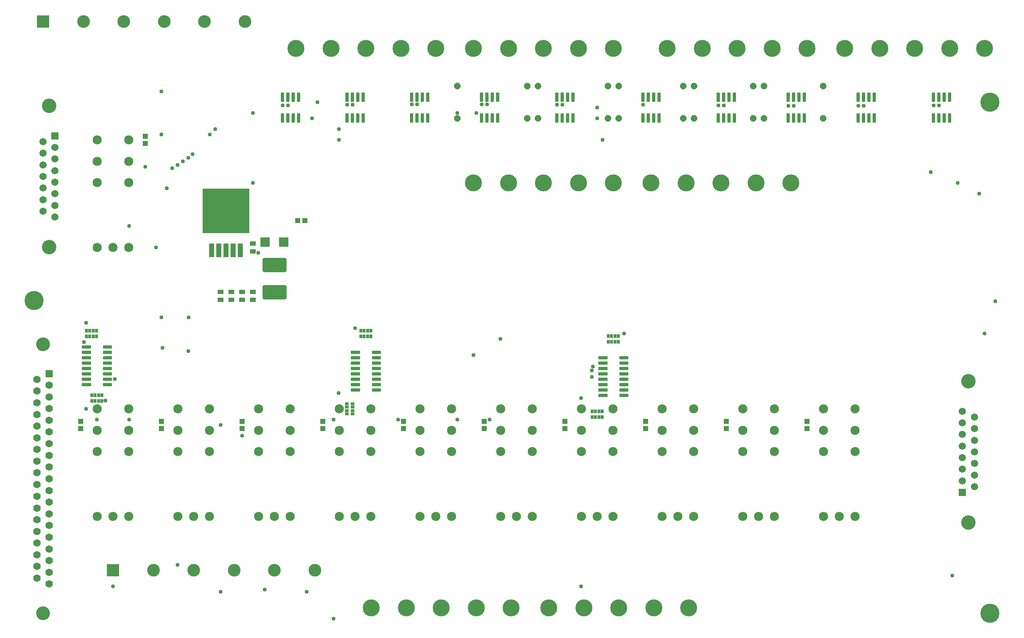
<source format=gbr>
G04 EAGLE Gerber RS-274X export*
G75*
%MOMM*%
%FSLAX34Y34*%
%LPD*%
%INSoldermask Bottom*%
%IPPOS*%
%AMOC8*
5,1,8,0,0,1.08239X$1,22.5*%
G01*
G04 Define Apertures*
%ADD10C,4.521200*%
%ADD11R,1.403200X1.003200*%
%ADD12R,1.203200X1.303200*%
%ADD13R,2.203200X2.203200*%
%ADD14C,0.850800*%
%ADD15R,2.984200X2.984200*%
%ADD16C,2.984200*%
%ADD17R,1.711200X1.711200*%
%ADD18C,1.711200*%
%ADD19C,3.403200*%
%ADD20C,3.253200*%
%ADD21R,1.763200X1.763200*%
%ADD22C,1.763200*%
%ADD23C,2.153200*%
%ADD24R,1.303200X1.203200*%
%ADD25C,0.353406*%
%ADD26R,11.003200X10.613200*%
%ADD27R,1.270000X3.203200*%
%ADD28C,4.013200*%
%ADD29R,0.703200X0.853200*%
%ADD30P,1.64956X8X112.5*%
%ADD31R,0.853200X0.703200*%
%ADD32C,0.959600*%
D10*
X2311400Y38100D03*
X2311400Y1244600D03*
X54610Y775970D03*
D11*
X571500Y892700D03*
X571500Y910700D03*
D12*
X165100Y474100D03*
X165100Y491100D03*
X1117600Y474100D03*
X1117600Y491100D03*
X1308100Y474100D03*
X1308100Y491100D03*
X1498600Y474100D03*
X1498600Y491100D03*
X1689100Y474100D03*
X1689100Y491100D03*
X1879600Y474100D03*
X1879600Y491100D03*
X317500Y1147200D03*
X317500Y1164200D03*
D11*
X495300Y796400D03*
X495300Y778400D03*
X520700Y796400D03*
X520700Y778400D03*
X546100Y796400D03*
X546100Y778400D03*
X571500Y796400D03*
X571500Y778400D03*
D12*
X355600Y474100D03*
X355600Y491100D03*
X546100Y474100D03*
X546100Y491100D03*
X736600Y474100D03*
X736600Y491100D03*
X927100Y474100D03*
X927100Y491100D03*
D13*
X644300Y914400D03*
X600300Y914400D03*
D14*
X598038Y873262D02*
X646562Y873262D01*
X646562Y847738D01*
X598038Y847738D01*
X598038Y873262D01*
X598038Y855821D02*
X646562Y855821D01*
X646562Y863904D02*
X598038Y863904D01*
X598038Y871987D02*
X646562Y871987D01*
X646562Y808262D02*
X598038Y808262D01*
X646562Y808262D02*
X646562Y782738D01*
X598038Y782738D01*
X598038Y808262D01*
X598038Y790821D02*
X646562Y790821D01*
X646562Y798904D02*
X598038Y798904D01*
X598038Y806987D02*
X646562Y806987D01*
D15*
X241300Y139700D03*
D16*
X336600Y139700D03*
X431900Y139700D03*
X527200Y139700D03*
X622500Y139700D03*
X717800Y139700D03*
D17*
X2246400Y323200D03*
D18*
X2246400Y460200D03*
X2246400Y350600D03*
X2246400Y487600D03*
X2246400Y378000D03*
X2246400Y515000D03*
X2246400Y405400D03*
X2274800Y336900D03*
X2246400Y432800D03*
X2274800Y364300D03*
X2274800Y391700D03*
X2274800Y419100D03*
X2274800Y446500D03*
X2274800Y473900D03*
X2274800Y501300D03*
D19*
X2260600Y252500D03*
X2260600Y585700D03*
D20*
X76200Y673100D03*
X76200Y38100D03*
D21*
X90400Y604000D03*
D22*
X90400Y576600D03*
X90400Y548900D03*
X90400Y521200D03*
X90400Y493800D03*
X90400Y466100D03*
X90400Y438400D03*
X90400Y411000D03*
X90400Y383300D03*
X90400Y355600D03*
X90400Y327900D03*
X90400Y300200D03*
X90400Y272800D03*
X90400Y245100D03*
X90400Y217400D03*
X90400Y190000D03*
X90400Y162300D03*
X90400Y134600D03*
X90400Y107200D03*
X62000Y590300D03*
X62000Y120900D03*
X62000Y562600D03*
X62000Y148600D03*
X62000Y535200D03*
X62000Y176000D03*
X62000Y507500D03*
X62000Y203700D03*
X62000Y479800D03*
X62000Y231400D03*
X62000Y452400D03*
X62000Y258800D03*
X62000Y424700D03*
X62000Y286500D03*
X62000Y397000D03*
X62000Y314200D03*
X62000Y369600D03*
X62000Y341600D03*
D15*
X76200Y1435100D03*
D16*
X171500Y1435100D03*
X266800Y1435100D03*
X362100Y1435100D03*
X457400Y1435100D03*
X552700Y1435100D03*
D17*
X104370Y1165240D03*
D18*
X104370Y1028240D03*
X104370Y1137840D03*
X104370Y1000840D03*
X104370Y1110440D03*
X104370Y973440D03*
X104370Y1083040D03*
X75970Y1151540D03*
X104370Y1055640D03*
X75970Y1124140D03*
X75970Y1096740D03*
X75970Y1069340D03*
X75970Y1041940D03*
X75970Y1014540D03*
X75970Y987140D03*
D19*
X90170Y1235940D03*
X90170Y902740D03*
D23*
X394300Y419500D03*
X394300Y469900D03*
X394300Y520300D03*
X469300Y419500D03*
X469300Y469900D03*
X469300Y520300D03*
X469300Y266900D03*
X394300Y266900D03*
X431800Y266900D03*
X1918300Y419500D03*
X1918300Y469900D03*
X1918300Y520300D03*
X1993300Y419500D03*
X1993300Y469900D03*
X1993300Y520300D03*
X1993300Y266900D03*
X1918300Y266900D03*
X1955800Y266900D03*
X203800Y1054500D03*
X203800Y1104900D03*
X203800Y1155300D03*
X278800Y1054500D03*
X278800Y1104900D03*
X278800Y1155300D03*
X278800Y901900D03*
X203800Y901900D03*
X241300Y901900D03*
X203800Y419500D03*
X203800Y469900D03*
X203800Y520300D03*
X278800Y419500D03*
X278800Y469900D03*
X278800Y520300D03*
X278800Y266900D03*
X203800Y266900D03*
X241300Y266900D03*
X584800Y419500D03*
X584800Y469900D03*
X584800Y520300D03*
X659800Y419500D03*
X659800Y469900D03*
X659800Y520300D03*
X659800Y266900D03*
X584800Y266900D03*
X622300Y266900D03*
X775300Y419500D03*
X775300Y469900D03*
X775300Y520300D03*
X850300Y419500D03*
X850300Y469900D03*
X850300Y520300D03*
X850300Y266900D03*
X775300Y266900D03*
X812800Y266900D03*
X965800Y419500D03*
X965800Y469900D03*
X965800Y520300D03*
X1040800Y419500D03*
X1040800Y469900D03*
X1040800Y520300D03*
X1040800Y266900D03*
X965800Y266900D03*
X1003300Y266900D03*
X1156300Y419500D03*
X1156300Y469900D03*
X1156300Y520300D03*
X1231300Y419500D03*
X1231300Y469900D03*
X1231300Y520300D03*
X1231300Y266900D03*
X1156300Y266900D03*
X1193800Y266900D03*
X1346800Y419500D03*
X1346800Y469900D03*
X1346800Y520300D03*
X1421800Y419500D03*
X1421800Y469900D03*
X1421800Y520300D03*
X1421800Y266900D03*
X1346800Y266900D03*
X1384300Y266900D03*
X1537300Y419500D03*
X1537300Y469900D03*
X1537300Y520300D03*
X1612300Y419500D03*
X1612300Y469900D03*
X1612300Y520300D03*
X1612300Y266900D03*
X1537300Y266900D03*
X1574800Y266900D03*
X1727800Y419500D03*
X1727800Y469900D03*
X1727800Y520300D03*
X1802800Y419500D03*
X1802800Y469900D03*
X1802800Y520300D03*
X1802800Y266900D03*
X1727800Y266900D03*
X1765300Y266900D03*
D24*
X694300Y965200D03*
X677300Y965200D03*
D25*
X187549Y575601D02*
X169351Y575601D01*
X169351Y580099D01*
X187549Y580099D01*
X187549Y575601D01*
X187549Y578958D02*
X169351Y578958D01*
X169351Y588301D02*
X187549Y588301D01*
X169351Y588301D02*
X169351Y592799D01*
X187549Y592799D01*
X187549Y588301D01*
X187549Y591658D02*
X169351Y591658D01*
X169351Y601001D02*
X187549Y601001D01*
X169351Y601001D02*
X169351Y605499D01*
X187549Y605499D01*
X187549Y601001D01*
X187549Y604358D02*
X169351Y604358D01*
X169351Y613701D02*
X187549Y613701D01*
X169351Y613701D02*
X169351Y618199D01*
X187549Y618199D01*
X187549Y613701D01*
X187549Y617058D02*
X169351Y617058D01*
X169351Y626401D02*
X187549Y626401D01*
X169351Y626401D02*
X169351Y630899D01*
X187549Y630899D01*
X187549Y626401D01*
X187549Y629758D02*
X169351Y629758D01*
X169351Y639101D02*
X187549Y639101D01*
X169351Y639101D02*
X169351Y643599D01*
X187549Y643599D01*
X187549Y639101D01*
X187549Y642458D02*
X169351Y642458D01*
X169351Y651801D02*
X187549Y651801D01*
X169351Y651801D02*
X169351Y656299D01*
X187549Y656299D01*
X187549Y651801D01*
X187549Y655158D02*
X169351Y655158D01*
X169351Y664501D02*
X187549Y664501D01*
X169351Y664501D02*
X169351Y668999D01*
X187549Y668999D01*
X187549Y664501D01*
X187549Y667858D02*
X169351Y667858D01*
X218851Y664501D02*
X237049Y664501D01*
X218851Y664501D02*
X218851Y668999D01*
X237049Y668999D01*
X237049Y664501D01*
X237049Y667858D02*
X218851Y667858D01*
X218851Y651801D02*
X237049Y651801D01*
X218851Y651801D02*
X218851Y656299D01*
X237049Y656299D01*
X237049Y651801D01*
X237049Y655158D02*
X218851Y655158D01*
X218851Y639101D02*
X237049Y639101D01*
X218851Y639101D02*
X218851Y643599D01*
X237049Y643599D01*
X237049Y639101D01*
X237049Y642458D02*
X218851Y642458D01*
X218851Y626401D02*
X237049Y626401D01*
X218851Y626401D02*
X218851Y630899D01*
X237049Y630899D01*
X237049Y626401D01*
X237049Y629758D02*
X218851Y629758D01*
X218851Y613701D02*
X237049Y613701D01*
X218851Y613701D02*
X218851Y618199D01*
X237049Y618199D01*
X237049Y613701D01*
X237049Y617058D02*
X218851Y617058D01*
X218851Y601001D02*
X237049Y601001D01*
X218851Y601001D02*
X218851Y605499D01*
X237049Y605499D01*
X237049Y601001D01*
X237049Y604358D02*
X218851Y604358D01*
X218851Y588301D02*
X237049Y588301D01*
X218851Y588301D02*
X218851Y592799D01*
X237049Y592799D01*
X237049Y588301D01*
X237049Y591658D02*
X218851Y591658D01*
X218851Y575601D02*
X237049Y575601D01*
X218851Y575601D02*
X218851Y580099D01*
X237049Y580099D01*
X237049Y575601D01*
X237049Y578958D02*
X218851Y578958D01*
X1490001Y1247501D02*
X1490001Y1265699D01*
X1494499Y1265699D01*
X1494499Y1247501D01*
X1490001Y1247501D01*
X1490001Y1250858D02*
X1494499Y1250858D01*
X1494499Y1254215D02*
X1490001Y1254215D01*
X1490001Y1257572D02*
X1494499Y1257572D01*
X1494499Y1260929D02*
X1490001Y1260929D01*
X1490001Y1264286D02*
X1494499Y1264286D01*
X1502701Y1265699D02*
X1502701Y1247501D01*
X1502701Y1265699D02*
X1507199Y1265699D01*
X1507199Y1247501D01*
X1502701Y1247501D01*
X1502701Y1250858D02*
X1507199Y1250858D01*
X1507199Y1254215D02*
X1502701Y1254215D01*
X1502701Y1257572D02*
X1507199Y1257572D01*
X1507199Y1260929D02*
X1502701Y1260929D01*
X1502701Y1264286D02*
X1507199Y1264286D01*
X1515401Y1265699D02*
X1515401Y1247501D01*
X1515401Y1265699D02*
X1519899Y1265699D01*
X1519899Y1247501D01*
X1515401Y1247501D01*
X1515401Y1250858D02*
X1519899Y1250858D01*
X1519899Y1254215D02*
X1515401Y1254215D01*
X1515401Y1257572D02*
X1519899Y1257572D01*
X1519899Y1260929D02*
X1515401Y1260929D01*
X1515401Y1264286D02*
X1519899Y1264286D01*
X1528101Y1265699D02*
X1528101Y1247501D01*
X1528101Y1265699D02*
X1532599Y1265699D01*
X1532599Y1247501D01*
X1528101Y1247501D01*
X1528101Y1250858D02*
X1532599Y1250858D01*
X1532599Y1254215D02*
X1528101Y1254215D01*
X1528101Y1257572D02*
X1532599Y1257572D01*
X1532599Y1260929D02*
X1528101Y1260929D01*
X1528101Y1264286D02*
X1532599Y1264286D01*
X1528101Y1216299D02*
X1528101Y1198101D01*
X1528101Y1216299D02*
X1532599Y1216299D01*
X1532599Y1198101D01*
X1528101Y1198101D01*
X1528101Y1201458D02*
X1532599Y1201458D01*
X1532599Y1204815D02*
X1528101Y1204815D01*
X1528101Y1208172D02*
X1532599Y1208172D01*
X1532599Y1211529D02*
X1528101Y1211529D01*
X1528101Y1214886D02*
X1532599Y1214886D01*
X1515401Y1216299D02*
X1515401Y1198101D01*
X1515401Y1216299D02*
X1519899Y1216299D01*
X1519899Y1198101D01*
X1515401Y1198101D01*
X1515401Y1201458D02*
X1519899Y1201458D01*
X1519899Y1204815D02*
X1515401Y1204815D01*
X1515401Y1208172D02*
X1519899Y1208172D01*
X1519899Y1211529D02*
X1515401Y1211529D01*
X1515401Y1214886D02*
X1519899Y1214886D01*
X1502701Y1216299D02*
X1502701Y1198101D01*
X1502701Y1216299D02*
X1507199Y1216299D01*
X1507199Y1198101D01*
X1502701Y1198101D01*
X1502701Y1201458D02*
X1507199Y1201458D01*
X1507199Y1204815D02*
X1502701Y1204815D01*
X1502701Y1208172D02*
X1507199Y1208172D01*
X1507199Y1211529D02*
X1502701Y1211529D01*
X1502701Y1214886D02*
X1507199Y1214886D01*
X1490001Y1216299D02*
X1490001Y1198101D01*
X1490001Y1216299D02*
X1494499Y1216299D01*
X1494499Y1198101D01*
X1490001Y1198101D01*
X1490001Y1201458D02*
X1494499Y1201458D01*
X1494499Y1204815D02*
X1490001Y1204815D01*
X1490001Y1208172D02*
X1494499Y1208172D01*
X1494499Y1211529D02*
X1490001Y1211529D01*
X1490001Y1214886D02*
X1494499Y1214886D01*
X1667801Y1247501D02*
X1667801Y1265699D01*
X1672299Y1265699D01*
X1672299Y1247501D01*
X1667801Y1247501D01*
X1667801Y1250858D02*
X1672299Y1250858D01*
X1672299Y1254215D02*
X1667801Y1254215D01*
X1667801Y1257572D02*
X1672299Y1257572D01*
X1672299Y1260929D02*
X1667801Y1260929D01*
X1667801Y1264286D02*
X1672299Y1264286D01*
X1680501Y1265699D02*
X1680501Y1247501D01*
X1680501Y1265699D02*
X1684999Y1265699D01*
X1684999Y1247501D01*
X1680501Y1247501D01*
X1680501Y1250858D02*
X1684999Y1250858D01*
X1684999Y1254215D02*
X1680501Y1254215D01*
X1680501Y1257572D02*
X1684999Y1257572D01*
X1684999Y1260929D02*
X1680501Y1260929D01*
X1680501Y1264286D02*
X1684999Y1264286D01*
X1693201Y1265699D02*
X1693201Y1247501D01*
X1693201Y1265699D02*
X1697699Y1265699D01*
X1697699Y1247501D01*
X1693201Y1247501D01*
X1693201Y1250858D02*
X1697699Y1250858D01*
X1697699Y1254215D02*
X1693201Y1254215D01*
X1693201Y1257572D02*
X1697699Y1257572D01*
X1697699Y1260929D02*
X1693201Y1260929D01*
X1693201Y1264286D02*
X1697699Y1264286D01*
X1705901Y1265699D02*
X1705901Y1247501D01*
X1705901Y1265699D02*
X1710399Y1265699D01*
X1710399Y1247501D01*
X1705901Y1247501D01*
X1705901Y1250858D02*
X1710399Y1250858D01*
X1710399Y1254215D02*
X1705901Y1254215D01*
X1705901Y1257572D02*
X1710399Y1257572D01*
X1710399Y1260929D02*
X1705901Y1260929D01*
X1705901Y1264286D02*
X1710399Y1264286D01*
X1705901Y1216299D02*
X1705901Y1198101D01*
X1705901Y1216299D02*
X1710399Y1216299D01*
X1710399Y1198101D01*
X1705901Y1198101D01*
X1705901Y1201458D02*
X1710399Y1201458D01*
X1710399Y1204815D02*
X1705901Y1204815D01*
X1705901Y1208172D02*
X1710399Y1208172D01*
X1710399Y1211529D02*
X1705901Y1211529D01*
X1705901Y1214886D02*
X1710399Y1214886D01*
X1693201Y1216299D02*
X1693201Y1198101D01*
X1693201Y1216299D02*
X1697699Y1216299D01*
X1697699Y1198101D01*
X1693201Y1198101D01*
X1693201Y1201458D02*
X1697699Y1201458D01*
X1697699Y1204815D02*
X1693201Y1204815D01*
X1693201Y1208172D02*
X1697699Y1208172D01*
X1697699Y1211529D02*
X1693201Y1211529D01*
X1693201Y1214886D02*
X1697699Y1214886D01*
X1680501Y1216299D02*
X1680501Y1198101D01*
X1680501Y1216299D02*
X1684999Y1216299D01*
X1684999Y1198101D01*
X1680501Y1198101D01*
X1680501Y1201458D02*
X1684999Y1201458D01*
X1684999Y1204815D02*
X1680501Y1204815D01*
X1680501Y1208172D02*
X1684999Y1208172D01*
X1684999Y1211529D02*
X1680501Y1211529D01*
X1680501Y1214886D02*
X1684999Y1214886D01*
X1667801Y1216299D02*
X1667801Y1198101D01*
X1667801Y1216299D02*
X1672299Y1216299D01*
X1672299Y1198101D01*
X1667801Y1198101D01*
X1667801Y1201458D02*
X1672299Y1201458D01*
X1672299Y1204815D02*
X1667801Y1204815D01*
X1667801Y1208172D02*
X1672299Y1208172D01*
X1672299Y1211529D02*
X1667801Y1211529D01*
X1667801Y1214886D02*
X1672299Y1214886D01*
X1832901Y1247501D02*
X1832901Y1265699D01*
X1837399Y1265699D01*
X1837399Y1247501D01*
X1832901Y1247501D01*
X1832901Y1250858D02*
X1837399Y1250858D01*
X1837399Y1254215D02*
X1832901Y1254215D01*
X1832901Y1257572D02*
X1837399Y1257572D01*
X1837399Y1260929D02*
X1832901Y1260929D01*
X1832901Y1264286D02*
X1837399Y1264286D01*
X1845601Y1265699D02*
X1845601Y1247501D01*
X1845601Y1265699D02*
X1850099Y1265699D01*
X1850099Y1247501D01*
X1845601Y1247501D01*
X1845601Y1250858D02*
X1850099Y1250858D01*
X1850099Y1254215D02*
X1845601Y1254215D01*
X1845601Y1257572D02*
X1850099Y1257572D01*
X1850099Y1260929D02*
X1845601Y1260929D01*
X1845601Y1264286D02*
X1850099Y1264286D01*
X1858301Y1265699D02*
X1858301Y1247501D01*
X1858301Y1265699D02*
X1862799Y1265699D01*
X1862799Y1247501D01*
X1858301Y1247501D01*
X1858301Y1250858D02*
X1862799Y1250858D01*
X1862799Y1254215D02*
X1858301Y1254215D01*
X1858301Y1257572D02*
X1862799Y1257572D01*
X1862799Y1260929D02*
X1858301Y1260929D01*
X1858301Y1264286D02*
X1862799Y1264286D01*
X1871001Y1265699D02*
X1871001Y1247501D01*
X1871001Y1265699D02*
X1875499Y1265699D01*
X1875499Y1247501D01*
X1871001Y1247501D01*
X1871001Y1250858D02*
X1875499Y1250858D01*
X1875499Y1254215D02*
X1871001Y1254215D01*
X1871001Y1257572D02*
X1875499Y1257572D01*
X1875499Y1260929D02*
X1871001Y1260929D01*
X1871001Y1264286D02*
X1875499Y1264286D01*
X1871001Y1216299D02*
X1871001Y1198101D01*
X1871001Y1216299D02*
X1875499Y1216299D01*
X1875499Y1198101D01*
X1871001Y1198101D01*
X1871001Y1201458D02*
X1875499Y1201458D01*
X1875499Y1204815D02*
X1871001Y1204815D01*
X1871001Y1208172D02*
X1875499Y1208172D01*
X1875499Y1211529D02*
X1871001Y1211529D01*
X1871001Y1214886D02*
X1875499Y1214886D01*
X1858301Y1216299D02*
X1858301Y1198101D01*
X1858301Y1216299D02*
X1862799Y1216299D01*
X1862799Y1198101D01*
X1858301Y1198101D01*
X1858301Y1201458D02*
X1862799Y1201458D01*
X1862799Y1204815D02*
X1858301Y1204815D01*
X1858301Y1208172D02*
X1862799Y1208172D01*
X1862799Y1211529D02*
X1858301Y1211529D01*
X1858301Y1214886D02*
X1862799Y1214886D01*
X1845601Y1216299D02*
X1845601Y1198101D01*
X1845601Y1216299D02*
X1850099Y1216299D01*
X1850099Y1198101D01*
X1845601Y1198101D01*
X1845601Y1201458D02*
X1850099Y1201458D01*
X1850099Y1204815D02*
X1845601Y1204815D01*
X1845601Y1208172D02*
X1850099Y1208172D01*
X1850099Y1211529D02*
X1845601Y1211529D01*
X1845601Y1214886D02*
X1850099Y1214886D01*
X1832901Y1216299D02*
X1832901Y1198101D01*
X1832901Y1216299D02*
X1837399Y1216299D01*
X1837399Y1198101D01*
X1832901Y1198101D01*
X1832901Y1201458D02*
X1837399Y1201458D01*
X1837399Y1204815D02*
X1832901Y1204815D01*
X1832901Y1208172D02*
X1837399Y1208172D01*
X1837399Y1211529D02*
X1832901Y1211529D01*
X1832901Y1214886D02*
X1837399Y1214886D01*
X1998001Y1247501D02*
X1998001Y1265699D01*
X2002499Y1265699D01*
X2002499Y1247501D01*
X1998001Y1247501D01*
X1998001Y1250858D02*
X2002499Y1250858D01*
X2002499Y1254215D02*
X1998001Y1254215D01*
X1998001Y1257572D02*
X2002499Y1257572D01*
X2002499Y1260929D02*
X1998001Y1260929D01*
X1998001Y1264286D02*
X2002499Y1264286D01*
X2010701Y1265699D02*
X2010701Y1247501D01*
X2010701Y1265699D02*
X2015199Y1265699D01*
X2015199Y1247501D01*
X2010701Y1247501D01*
X2010701Y1250858D02*
X2015199Y1250858D01*
X2015199Y1254215D02*
X2010701Y1254215D01*
X2010701Y1257572D02*
X2015199Y1257572D01*
X2015199Y1260929D02*
X2010701Y1260929D01*
X2010701Y1264286D02*
X2015199Y1264286D01*
X2023401Y1265699D02*
X2023401Y1247501D01*
X2023401Y1265699D02*
X2027899Y1265699D01*
X2027899Y1247501D01*
X2023401Y1247501D01*
X2023401Y1250858D02*
X2027899Y1250858D01*
X2027899Y1254215D02*
X2023401Y1254215D01*
X2023401Y1257572D02*
X2027899Y1257572D01*
X2027899Y1260929D02*
X2023401Y1260929D01*
X2023401Y1264286D02*
X2027899Y1264286D01*
X2036101Y1265699D02*
X2036101Y1247501D01*
X2036101Y1265699D02*
X2040599Y1265699D01*
X2040599Y1247501D01*
X2036101Y1247501D01*
X2036101Y1250858D02*
X2040599Y1250858D01*
X2040599Y1254215D02*
X2036101Y1254215D01*
X2036101Y1257572D02*
X2040599Y1257572D01*
X2040599Y1260929D02*
X2036101Y1260929D01*
X2036101Y1264286D02*
X2040599Y1264286D01*
X2036101Y1216299D02*
X2036101Y1198101D01*
X2036101Y1216299D02*
X2040599Y1216299D01*
X2040599Y1198101D01*
X2036101Y1198101D01*
X2036101Y1201458D02*
X2040599Y1201458D01*
X2040599Y1204815D02*
X2036101Y1204815D01*
X2036101Y1208172D02*
X2040599Y1208172D01*
X2040599Y1211529D02*
X2036101Y1211529D01*
X2036101Y1214886D02*
X2040599Y1214886D01*
X2023401Y1216299D02*
X2023401Y1198101D01*
X2023401Y1216299D02*
X2027899Y1216299D01*
X2027899Y1198101D01*
X2023401Y1198101D01*
X2023401Y1201458D02*
X2027899Y1201458D01*
X2027899Y1204815D02*
X2023401Y1204815D01*
X2023401Y1208172D02*
X2027899Y1208172D01*
X2027899Y1211529D02*
X2023401Y1211529D01*
X2023401Y1214886D02*
X2027899Y1214886D01*
X2010701Y1216299D02*
X2010701Y1198101D01*
X2010701Y1216299D02*
X2015199Y1216299D01*
X2015199Y1198101D01*
X2010701Y1198101D01*
X2010701Y1201458D02*
X2015199Y1201458D01*
X2015199Y1204815D02*
X2010701Y1204815D01*
X2010701Y1208172D02*
X2015199Y1208172D01*
X2015199Y1211529D02*
X2010701Y1211529D01*
X2010701Y1214886D02*
X2015199Y1214886D01*
X1998001Y1216299D02*
X1998001Y1198101D01*
X1998001Y1216299D02*
X2002499Y1216299D01*
X2002499Y1198101D01*
X1998001Y1198101D01*
X1998001Y1201458D02*
X2002499Y1201458D01*
X2002499Y1204815D02*
X1998001Y1204815D01*
X1998001Y1208172D02*
X2002499Y1208172D01*
X2002499Y1211529D02*
X1998001Y1211529D01*
X1998001Y1214886D02*
X2002499Y1214886D01*
X2175801Y1247501D02*
X2175801Y1265699D01*
X2180299Y1265699D01*
X2180299Y1247501D01*
X2175801Y1247501D01*
X2175801Y1250858D02*
X2180299Y1250858D01*
X2180299Y1254215D02*
X2175801Y1254215D01*
X2175801Y1257572D02*
X2180299Y1257572D01*
X2180299Y1260929D02*
X2175801Y1260929D01*
X2175801Y1264286D02*
X2180299Y1264286D01*
X2188501Y1265699D02*
X2188501Y1247501D01*
X2188501Y1265699D02*
X2192999Y1265699D01*
X2192999Y1247501D01*
X2188501Y1247501D01*
X2188501Y1250858D02*
X2192999Y1250858D01*
X2192999Y1254215D02*
X2188501Y1254215D01*
X2188501Y1257572D02*
X2192999Y1257572D01*
X2192999Y1260929D02*
X2188501Y1260929D01*
X2188501Y1264286D02*
X2192999Y1264286D01*
X2201201Y1265699D02*
X2201201Y1247501D01*
X2201201Y1265699D02*
X2205699Y1265699D01*
X2205699Y1247501D01*
X2201201Y1247501D01*
X2201201Y1250858D02*
X2205699Y1250858D01*
X2205699Y1254215D02*
X2201201Y1254215D01*
X2201201Y1257572D02*
X2205699Y1257572D01*
X2205699Y1260929D02*
X2201201Y1260929D01*
X2201201Y1264286D02*
X2205699Y1264286D01*
X2213901Y1265699D02*
X2213901Y1247501D01*
X2213901Y1265699D02*
X2218399Y1265699D01*
X2218399Y1247501D01*
X2213901Y1247501D01*
X2213901Y1250858D02*
X2218399Y1250858D01*
X2218399Y1254215D02*
X2213901Y1254215D01*
X2213901Y1257572D02*
X2218399Y1257572D01*
X2218399Y1260929D02*
X2213901Y1260929D01*
X2213901Y1264286D02*
X2218399Y1264286D01*
X2213901Y1216299D02*
X2213901Y1198101D01*
X2213901Y1216299D02*
X2218399Y1216299D01*
X2218399Y1198101D01*
X2213901Y1198101D01*
X2213901Y1201458D02*
X2218399Y1201458D01*
X2218399Y1204815D02*
X2213901Y1204815D01*
X2213901Y1208172D02*
X2218399Y1208172D01*
X2218399Y1211529D02*
X2213901Y1211529D01*
X2213901Y1214886D02*
X2218399Y1214886D01*
X2201201Y1216299D02*
X2201201Y1198101D01*
X2201201Y1216299D02*
X2205699Y1216299D01*
X2205699Y1198101D01*
X2201201Y1198101D01*
X2201201Y1201458D02*
X2205699Y1201458D01*
X2205699Y1204815D02*
X2201201Y1204815D01*
X2201201Y1208172D02*
X2205699Y1208172D01*
X2205699Y1211529D02*
X2201201Y1211529D01*
X2201201Y1214886D02*
X2205699Y1214886D01*
X2188501Y1216299D02*
X2188501Y1198101D01*
X2188501Y1216299D02*
X2192999Y1216299D01*
X2192999Y1198101D01*
X2188501Y1198101D01*
X2188501Y1201458D02*
X2192999Y1201458D01*
X2192999Y1204815D02*
X2188501Y1204815D01*
X2188501Y1208172D02*
X2192999Y1208172D01*
X2192999Y1211529D02*
X2188501Y1211529D01*
X2188501Y1214886D02*
X2192999Y1214886D01*
X2175801Y1216299D02*
X2175801Y1198101D01*
X2175801Y1216299D02*
X2180299Y1216299D01*
X2180299Y1198101D01*
X2175801Y1198101D01*
X2175801Y1201458D02*
X2180299Y1201458D01*
X2180299Y1204815D02*
X2175801Y1204815D01*
X2175801Y1208172D02*
X2180299Y1208172D01*
X2180299Y1211529D02*
X2175801Y1211529D01*
X2175801Y1214886D02*
X2180299Y1214886D01*
D26*
X508000Y987900D03*
D27*
X542036Y894588D03*
X525018Y894588D03*
X508000Y894588D03*
X490982Y894588D03*
X473964Y894588D03*
D25*
X804351Y562901D02*
X822549Y562901D01*
X804351Y562901D02*
X804351Y567399D01*
X822549Y567399D01*
X822549Y562901D01*
X822549Y566258D02*
X804351Y566258D01*
X804351Y575601D02*
X822549Y575601D01*
X804351Y575601D02*
X804351Y580099D01*
X822549Y580099D01*
X822549Y575601D01*
X822549Y578958D02*
X804351Y578958D01*
X804351Y588301D02*
X822549Y588301D01*
X804351Y588301D02*
X804351Y592799D01*
X822549Y592799D01*
X822549Y588301D01*
X822549Y591658D02*
X804351Y591658D01*
X804351Y601001D02*
X822549Y601001D01*
X804351Y601001D02*
X804351Y605499D01*
X822549Y605499D01*
X822549Y601001D01*
X822549Y604358D02*
X804351Y604358D01*
X804351Y613701D02*
X822549Y613701D01*
X804351Y613701D02*
X804351Y618199D01*
X822549Y618199D01*
X822549Y613701D01*
X822549Y617058D02*
X804351Y617058D01*
X804351Y626401D02*
X822549Y626401D01*
X804351Y626401D02*
X804351Y630899D01*
X822549Y630899D01*
X822549Y626401D01*
X822549Y629758D02*
X804351Y629758D01*
X804351Y639101D02*
X822549Y639101D01*
X804351Y639101D02*
X804351Y643599D01*
X822549Y643599D01*
X822549Y639101D01*
X822549Y642458D02*
X804351Y642458D01*
X804351Y651801D02*
X822549Y651801D01*
X804351Y651801D02*
X804351Y656299D01*
X822549Y656299D01*
X822549Y651801D01*
X822549Y655158D02*
X804351Y655158D01*
X853851Y651801D02*
X872049Y651801D01*
X853851Y651801D02*
X853851Y656299D01*
X872049Y656299D01*
X872049Y651801D01*
X872049Y655158D02*
X853851Y655158D01*
X853851Y639101D02*
X872049Y639101D01*
X853851Y639101D02*
X853851Y643599D01*
X872049Y643599D01*
X872049Y639101D01*
X872049Y642458D02*
X853851Y642458D01*
X853851Y626401D02*
X872049Y626401D01*
X853851Y626401D02*
X853851Y630899D01*
X872049Y630899D01*
X872049Y626401D01*
X872049Y629758D02*
X853851Y629758D01*
X853851Y613701D02*
X872049Y613701D01*
X853851Y613701D02*
X853851Y618199D01*
X872049Y618199D01*
X872049Y613701D01*
X872049Y617058D02*
X853851Y617058D01*
X853851Y601001D02*
X872049Y601001D01*
X853851Y601001D02*
X853851Y605499D01*
X872049Y605499D01*
X872049Y601001D01*
X872049Y604358D02*
X853851Y604358D01*
X853851Y588301D02*
X872049Y588301D01*
X853851Y588301D02*
X853851Y592799D01*
X872049Y592799D01*
X872049Y588301D01*
X872049Y591658D02*
X853851Y591658D01*
X853851Y575601D02*
X872049Y575601D01*
X853851Y575601D02*
X853851Y580099D01*
X872049Y580099D01*
X872049Y575601D01*
X872049Y578958D02*
X853851Y578958D01*
X853851Y562901D02*
X872049Y562901D01*
X853851Y562901D02*
X853851Y567399D01*
X872049Y567399D01*
X872049Y562901D01*
X872049Y566258D02*
X853851Y566258D01*
X1388551Y550201D02*
X1406749Y550201D01*
X1388551Y550201D02*
X1388551Y554699D01*
X1406749Y554699D01*
X1406749Y550201D01*
X1406749Y553558D02*
X1388551Y553558D01*
X1388551Y562901D02*
X1406749Y562901D01*
X1388551Y562901D02*
X1388551Y567399D01*
X1406749Y567399D01*
X1406749Y562901D01*
X1406749Y566258D02*
X1388551Y566258D01*
X1388551Y575601D02*
X1406749Y575601D01*
X1388551Y575601D02*
X1388551Y580099D01*
X1406749Y580099D01*
X1406749Y575601D01*
X1406749Y578958D02*
X1388551Y578958D01*
X1388551Y588301D02*
X1406749Y588301D01*
X1388551Y588301D02*
X1388551Y592799D01*
X1406749Y592799D01*
X1406749Y588301D01*
X1406749Y591658D02*
X1388551Y591658D01*
X1388551Y601001D02*
X1406749Y601001D01*
X1388551Y601001D02*
X1388551Y605499D01*
X1406749Y605499D01*
X1406749Y601001D01*
X1406749Y604358D02*
X1388551Y604358D01*
X1388551Y613701D02*
X1406749Y613701D01*
X1388551Y613701D02*
X1388551Y618199D01*
X1406749Y618199D01*
X1406749Y613701D01*
X1406749Y617058D02*
X1388551Y617058D01*
X1388551Y626401D02*
X1406749Y626401D01*
X1388551Y626401D02*
X1388551Y630899D01*
X1406749Y630899D01*
X1406749Y626401D01*
X1406749Y629758D02*
X1388551Y629758D01*
X1388551Y639101D02*
X1406749Y639101D01*
X1388551Y639101D02*
X1388551Y643599D01*
X1406749Y643599D01*
X1406749Y639101D01*
X1406749Y642458D02*
X1388551Y642458D01*
X1438051Y639101D02*
X1456249Y639101D01*
X1438051Y639101D02*
X1438051Y643599D01*
X1456249Y643599D01*
X1456249Y639101D01*
X1456249Y642458D02*
X1438051Y642458D01*
X1438051Y626401D02*
X1456249Y626401D01*
X1438051Y626401D02*
X1438051Y630899D01*
X1456249Y630899D01*
X1456249Y626401D01*
X1456249Y629758D02*
X1438051Y629758D01*
X1438051Y613701D02*
X1456249Y613701D01*
X1438051Y613701D02*
X1438051Y618199D01*
X1456249Y618199D01*
X1456249Y613701D01*
X1456249Y617058D02*
X1438051Y617058D01*
X1438051Y601001D02*
X1456249Y601001D01*
X1438051Y601001D02*
X1438051Y605499D01*
X1456249Y605499D01*
X1456249Y601001D01*
X1456249Y604358D02*
X1438051Y604358D01*
X1438051Y588301D02*
X1456249Y588301D01*
X1438051Y588301D02*
X1438051Y592799D01*
X1456249Y592799D01*
X1456249Y588301D01*
X1456249Y591658D02*
X1438051Y591658D01*
X1438051Y575601D02*
X1456249Y575601D01*
X1438051Y575601D02*
X1438051Y580099D01*
X1456249Y580099D01*
X1456249Y575601D01*
X1456249Y578958D02*
X1438051Y578958D01*
X1438051Y562901D02*
X1456249Y562901D01*
X1438051Y562901D02*
X1438051Y567399D01*
X1456249Y567399D01*
X1456249Y562901D01*
X1456249Y566258D02*
X1438051Y566258D01*
X1438051Y550201D02*
X1456249Y550201D01*
X1438051Y550201D02*
X1438051Y554699D01*
X1456249Y554699D01*
X1456249Y550201D01*
X1456249Y553558D02*
X1438051Y553558D01*
X639101Y1247501D02*
X639101Y1265699D01*
X643599Y1265699D01*
X643599Y1247501D01*
X639101Y1247501D01*
X639101Y1250858D02*
X643599Y1250858D01*
X643599Y1254215D02*
X639101Y1254215D01*
X639101Y1257572D02*
X643599Y1257572D01*
X643599Y1260929D02*
X639101Y1260929D01*
X639101Y1264286D02*
X643599Y1264286D01*
X651801Y1265699D02*
X651801Y1247501D01*
X651801Y1265699D02*
X656299Y1265699D01*
X656299Y1247501D01*
X651801Y1247501D01*
X651801Y1250858D02*
X656299Y1250858D01*
X656299Y1254215D02*
X651801Y1254215D01*
X651801Y1257572D02*
X656299Y1257572D01*
X656299Y1260929D02*
X651801Y1260929D01*
X651801Y1264286D02*
X656299Y1264286D01*
X664501Y1265699D02*
X664501Y1247501D01*
X664501Y1265699D02*
X668999Y1265699D01*
X668999Y1247501D01*
X664501Y1247501D01*
X664501Y1250858D02*
X668999Y1250858D01*
X668999Y1254215D02*
X664501Y1254215D01*
X664501Y1257572D02*
X668999Y1257572D01*
X668999Y1260929D02*
X664501Y1260929D01*
X664501Y1264286D02*
X668999Y1264286D01*
X677201Y1265699D02*
X677201Y1247501D01*
X677201Y1265699D02*
X681699Y1265699D01*
X681699Y1247501D01*
X677201Y1247501D01*
X677201Y1250858D02*
X681699Y1250858D01*
X681699Y1254215D02*
X677201Y1254215D01*
X677201Y1257572D02*
X681699Y1257572D01*
X681699Y1260929D02*
X677201Y1260929D01*
X677201Y1264286D02*
X681699Y1264286D01*
X677201Y1216299D02*
X677201Y1198101D01*
X677201Y1216299D02*
X681699Y1216299D01*
X681699Y1198101D01*
X677201Y1198101D01*
X677201Y1201458D02*
X681699Y1201458D01*
X681699Y1204815D02*
X677201Y1204815D01*
X677201Y1208172D02*
X681699Y1208172D01*
X681699Y1211529D02*
X677201Y1211529D01*
X677201Y1214886D02*
X681699Y1214886D01*
X664501Y1216299D02*
X664501Y1198101D01*
X664501Y1216299D02*
X668999Y1216299D01*
X668999Y1198101D01*
X664501Y1198101D01*
X664501Y1201458D02*
X668999Y1201458D01*
X668999Y1204815D02*
X664501Y1204815D01*
X664501Y1208172D02*
X668999Y1208172D01*
X668999Y1211529D02*
X664501Y1211529D01*
X664501Y1214886D02*
X668999Y1214886D01*
X651801Y1216299D02*
X651801Y1198101D01*
X651801Y1216299D02*
X656299Y1216299D01*
X656299Y1198101D01*
X651801Y1198101D01*
X651801Y1201458D02*
X656299Y1201458D01*
X656299Y1204815D02*
X651801Y1204815D01*
X651801Y1208172D02*
X656299Y1208172D01*
X656299Y1211529D02*
X651801Y1211529D01*
X651801Y1214886D02*
X656299Y1214886D01*
X639101Y1216299D02*
X639101Y1198101D01*
X639101Y1216299D02*
X643599Y1216299D01*
X643599Y1198101D01*
X639101Y1198101D01*
X639101Y1201458D02*
X643599Y1201458D01*
X643599Y1204815D02*
X639101Y1204815D01*
X639101Y1208172D02*
X643599Y1208172D01*
X643599Y1211529D02*
X639101Y1211529D01*
X639101Y1214886D02*
X643599Y1214886D01*
X791501Y1247501D02*
X791501Y1265699D01*
X795999Y1265699D01*
X795999Y1247501D01*
X791501Y1247501D01*
X791501Y1250858D02*
X795999Y1250858D01*
X795999Y1254215D02*
X791501Y1254215D01*
X791501Y1257572D02*
X795999Y1257572D01*
X795999Y1260929D02*
X791501Y1260929D01*
X791501Y1264286D02*
X795999Y1264286D01*
X804201Y1265699D02*
X804201Y1247501D01*
X804201Y1265699D02*
X808699Y1265699D01*
X808699Y1247501D01*
X804201Y1247501D01*
X804201Y1250858D02*
X808699Y1250858D01*
X808699Y1254215D02*
X804201Y1254215D01*
X804201Y1257572D02*
X808699Y1257572D01*
X808699Y1260929D02*
X804201Y1260929D01*
X804201Y1264286D02*
X808699Y1264286D01*
X816901Y1265699D02*
X816901Y1247501D01*
X816901Y1265699D02*
X821399Y1265699D01*
X821399Y1247501D01*
X816901Y1247501D01*
X816901Y1250858D02*
X821399Y1250858D01*
X821399Y1254215D02*
X816901Y1254215D01*
X816901Y1257572D02*
X821399Y1257572D01*
X821399Y1260929D02*
X816901Y1260929D01*
X816901Y1264286D02*
X821399Y1264286D01*
X829601Y1265699D02*
X829601Y1247501D01*
X829601Y1265699D02*
X834099Y1265699D01*
X834099Y1247501D01*
X829601Y1247501D01*
X829601Y1250858D02*
X834099Y1250858D01*
X834099Y1254215D02*
X829601Y1254215D01*
X829601Y1257572D02*
X834099Y1257572D01*
X834099Y1260929D02*
X829601Y1260929D01*
X829601Y1264286D02*
X834099Y1264286D01*
X829601Y1216299D02*
X829601Y1198101D01*
X829601Y1216299D02*
X834099Y1216299D01*
X834099Y1198101D01*
X829601Y1198101D01*
X829601Y1201458D02*
X834099Y1201458D01*
X834099Y1204815D02*
X829601Y1204815D01*
X829601Y1208172D02*
X834099Y1208172D01*
X834099Y1211529D02*
X829601Y1211529D01*
X829601Y1214886D02*
X834099Y1214886D01*
X816901Y1216299D02*
X816901Y1198101D01*
X816901Y1216299D02*
X821399Y1216299D01*
X821399Y1198101D01*
X816901Y1198101D01*
X816901Y1201458D02*
X821399Y1201458D01*
X821399Y1204815D02*
X816901Y1204815D01*
X816901Y1208172D02*
X821399Y1208172D01*
X821399Y1211529D02*
X816901Y1211529D01*
X816901Y1214886D02*
X821399Y1214886D01*
X804201Y1216299D02*
X804201Y1198101D01*
X804201Y1216299D02*
X808699Y1216299D01*
X808699Y1198101D01*
X804201Y1198101D01*
X804201Y1201458D02*
X808699Y1201458D01*
X808699Y1204815D02*
X804201Y1204815D01*
X804201Y1208172D02*
X808699Y1208172D01*
X808699Y1211529D02*
X804201Y1211529D01*
X804201Y1214886D02*
X808699Y1214886D01*
X791501Y1216299D02*
X791501Y1198101D01*
X791501Y1216299D02*
X795999Y1216299D01*
X795999Y1198101D01*
X791501Y1198101D01*
X791501Y1201458D02*
X795999Y1201458D01*
X795999Y1204815D02*
X791501Y1204815D01*
X791501Y1208172D02*
X795999Y1208172D01*
X795999Y1211529D02*
X791501Y1211529D01*
X791501Y1214886D02*
X795999Y1214886D01*
X943901Y1247501D02*
X943901Y1265699D01*
X948399Y1265699D01*
X948399Y1247501D01*
X943901Y1247501D01*
X943901Y1250858D02*
X948399Y1250858D01*
X948399Y1254215D02*
X943901Y1254215D01*
X943901Y1257572D02*
X948399Y1257572D01*
X948399Y1260929D02*
X943901Y1260929D01*
X943901Y1264286D02*
X948399Y1264286D01*
X956601Y1265699D02*
X956601Y1247501D01*
X956601Y1265699D02*
X961099Y1265699D01*
X961099Y1247501D01*
X956601Y1247501D01*
X956601Y1250858D02*
X961099Y1250858D01*
X961099Y1254215D02*
X956601Y1254215D01*
X956601Y1257572D02*
X961099Y1257572D01*
X961099Y1260929D02*
X956601Y1260929D01*
X956601Y1264286D02*
X961099Y1264286D01*
X969301Y1265699D02*
X969301Y1247501D01*
X969301Y1265699D02*
X973799Y1265699D01*
X973799Y1247501D01*
X969301Y1247501D01*
X969301Y1250858D02*
X973799Y1250858D01*
X973799Y1254215D02*
X969301Y1254215D01*
X969301Y1257572D02*
X973799Y1257572D01*
X973799Y1260929D02*
X969301Y1260929D01*
X969301Y1264286D02*
X973799Y1264286D01*
X982001Y1265699D02*
X982001Y1247501D01*
X982001Y1265699D02*
X986499Y1265699D01*
X986499Y1247501D01*
X982001Y1247501D01*
X982001Y1250858D02*
X986499Y1250858D01*
X986499Y1254215D02*
X982001Y1254215D01*
X982001Y1257572D02*
X986499Y1257572D01*
X986499Y1260929D02*
X982001Y1260929D01*
X982001Y1264286D02*
X986499Y1264286D01*
X982001Y1216299D02*
X982001Y1198101D01*
X982001Y1216299D02*
X986499Y1216299D01*
X986499Y1198101D01*
X982001Y1198101D01*
X982001Y1201458D02*
X986499Y1201458D01*
X986499Y1204815D02*
X982001Y1204815D01*
X982001Y1208172D02*
X986499Y1208172D01*
X986499Y1211529D02*
X982001Y1211529D01*
X982001Y1214886D02*
X986499Y1214886D01*
X969301Y1216299D02*
X969301Y1198101D01*
X969301Y1216299D02*
X973799Y1216299D01*
X973799Y1198101D01*
X969301Y1198101D01*
X969301Y1201458D02*
X973799Y1201458D01*
X973799Y1204815D02*
X969301Y1204815D01*
X969301Y1208172D02*
X973799Y1208172D01*
X973799Y1211529D02*
X969301Y1211529D01*
X969301Y1214886D02*
X973799Y1214886D01*
X956601Y1216299D02*
X956601Y1198101D01*
X956601Y1216299D02*
X961099Y1216299D01*
X961099Y1198101D01*
X956601Y1198101D01*
X956601Y1201458D02*
X961099Y1201458D01*
X961099Y1204815D02*
X956601Y1204815D01*
X956601Y1208172D02*
X961099Y1208172D01*
X961099Y1211529D02*
X956601Y1211529D01*
X956601Y1214886D02*
X961099Y1214886D01*
X943901Y1216299D02*
X943901Y1198101D01*
X943901Y1216299D02*
X948399Y1216299D01*
X948399Y1198101D01*
X943901Y1198101D01*
X943901Y1201458D02*
X948399Y1201458D01*
X948399Y1204815D02*
X943901Y1204815D01*
X943901Y1208172D02*
X948399Y1208172D01*
X948399Y1211529D02*
X943901Y1211529D01*
X943901Y1214886D02*
X948399Y1214886D01*
X1109001Y1247501D02*
X1109001Y1265699D01*
X1113499Y1265699D01*
X1113499Y1247501D01*
X1109001Y1247501D01*
X1109001Y1250858D02*
X1113499Y1250858D01*
X1113499Y1254215D02*
X1109001Y1254215D01*
X1109001Y1257572D02*
X1113499Y1257572D01*
X1113499Y1260929D02*
X1109001Y1260929D01*
X1109001Y1264286D02*
X1113499Y1264286D01*
X1121701Y1265699D02*
X1121701Y1247501D01*
X1121701Y1265699D02*
X1126199Y1265699D01*
X1126199Y1247501D01*
X1121701Y1247501D01*
X1121701Y1250858D02*
X1126199Y1250858D01*
X1126199Y1254215D02*
X1121701Y1254215D01*
X1121701Y1257572D02*
X1126199Y1257572D01*
X1126199Y1260929D02*
X1121701Y1260929D01*
X1121701Y1264286D02*
X1126199Y1264286D01*
X1134401Y1265699D02*
X1134401Y1247501D01*
X1134401Y1265699D02*
X1138899Y1265699D01*
X1138899Y1247501D01*
X1134401Y1247501D01*
X1134401Y1250858D02*
X1138899Y1250858D01*
X1138899Y1254215D02*
X1134401Y1254215D01*
X1134401Y1257572D02*
X1138899Y1257572D01*
X1138899Y1260929D02*
X1134401Y1260929D01*
X1134401Y1264286D02*
X1138899Y1264286D01*
X1147101Y1265699D02*
X1147101Y1247501D01*
X1147101Y1265699D02*
X1151599Y1265699D01*
X1151599Y1247501D01*
X1147101Y1247501D01*
X1147101Y1250858D02*
X1151599Y1250858D01*
X1151599Y1254215D02*
X1147101Y1254215D01*
X1147101Y1257572D02*
X1151599Y1257572D01*
X1151599Y1260929D02*
X1147101Y1260929D01*
X1147101Y1264286D02*
X1151599Y1264286D01*
X1147101Y1216299D02*
X1147101Y1198101D01*
X1147101Y1216299D02*
X1151599Y1216299D01*
X1151599Y1198101D01*
X1147101Y1198101D01*
X1147101Y1201458D02*
X1151599Y1201458D01*
X1151599Y1204815D02*
X1147101Y1204815D01*
X1147101Y1208172D02*
X1151599Y1208172D01*
X1151599Y1211529D02*
X1147101Y1211529D01*
X1147101Y1214886D02*
X1151599Y1214886D01*
X1134401Y1216299D02*
X1134401Y1198101D01*
X1134401Y1216299D02*
X1138899Y1216299D01*
X1138899Y1198101D01*
X1134401Y1198101D01*
X1134401Y1201458D02*
X1138899Y1201458D01*
X1138899Y1204815D02*
X1134401Y1204815D01*
X1134401Y1208172D02*
X1138899Y1208172D01*
X1138899Y1211529D02*
X1134401Y1211529D01*
X1134401Y1214886D02*
X1138899Y1214886D01*
X1121701Y1216299D02*
X1121701Y1198101D01*
X1121701Y1216299D02*
X1126199Y1216299D01*
X1126199Y1198101D01*
X1121701Y1198101D01*
X1121701Y1201458D02*
X1126199Y1201458D01*
X1126199Y1204815D02*
X1121701Y1204815D01*
X1121701Y1208172D02*
X1126199Y1208172D01*
X1126199Y1211529D02*
X1121701Y1211529D01*
X1121701Y1214886D02*
X1126199Y1214886D01*
X1109001Y1216299D02*
X1109001Y1198101D01*
X1109001Y1216299D02*
X1113499Y1216299D01*
X1113499Y1198101D01*
X1109001Y1198101D01*
X1109001Y1201458D02*
X1113499Y1201458D01*
X1113499Y1204815D02*
X1109001Y1204815D01*
X1109001Y1208172D02*
X1113499Y1208172D01*
X1113499Y1211529D02*
X1109001Y1211529D01*
X1109001Y1214886D02*
X1113499Y1214886D01*
X1286801Y1247501D02*
X1286801Y1265699D01*
X1291299Y1265699D01*
X1291299Y1247501D01*
X1286801Y1247501D01*
X1286801Y1250858D02*
X1291299Y1250858D01*
X1291299Y1254215D02*
X1286801Y1254215D01*
X1286801Y1257572D02*
X1291299Y1257572D01*
X1291299Y1260929D02*
X1286801Y1260929D01*
X1286801Y1264286D02*
X1291299Y1264286D01*
X1299501Y1265699D02*
X1299501Y1247501D01*
X1299501Y1265699D02*
X1303999Y1265699D01*
X1303999Y1247501D01*
X1299501Y1247501D01*
X1299501Y1250858D02*
X1303999Y1250858D01*
X1303999Y1254215D02*
X1299501Y1254215D01*
X1299501Y1257572D02*
X1303999Y1257572D01*
X1303999Y1260929D02*
X1299501Y1260929D01*
X1299501Y1264286D02*
X1303999Y1264286D01*
X1312201Y1265699D02*
X1312201Y1247501D01*
X1312201Y1265699D02*
X1316699Y1265699D01*
X1316699Y1247501D01*
X1312201Y1247501D01*
X1312201Y1250858D02*
X1316699Y1250858D01*
X1316699Y1254215D02*
X1312201Y1254215D01*
X1312201Y1257572D02*
X1316699Y1257572D01*
X1316699Y1260929D02*
X1312201Y1260929D01*
X1312201Y1264286D02*
X1316699Y1264286D01*
X1324901Y1265699D02*
X1324901Y1247501D01*
X1324901Y1265699D02*
X1329399Y1265699D01*
X1329399Y1247501D01*
X1324901Y1247501D01*
X1324901Y1250858D02*
X1329399Y1250858D01*
X1329399Y1254215D02*
X1324901Y1254215D01*
X1324901Y1257572D02*
X1329399Y1257572D01*
X1329399Y1260929D02*
X1324901Y1260929D01*
X1324901Y1264286D02*
X1329399Y1264286D01*
X1324901Y1216299D02*
X1324901Y1198101D01*
X1324901Y1216299D02*
X1329399Y1216299D01*
X1329399Y1198101D01*
X1324901Y1198101D01*
X1324901Y1201458D02*
X1329399Y1201458D01*
X1329399Y1204815D02*
X1324901Y1204815D01*
X1324901Y1208172D02*
X1329399Y1208172D01*
X1329399Y1211529D02*
X1324901Y1211529D01*
X1324901Y1214886D02*
X1329399Y1214886D01*
X1312201Y1216299D02*
X1312201Y1198101D01*
X1312201Y1216299D02*
X1316699Y1216299D01*
X1316699Y1198101D01*
X1312201Y1198101D01*
X1312201Y1201458D02*
X1316699Y1201458D01*
X1316699Y1204815D02*
X1312201Y1204815D01*
X1312201Y1208172D02*
X1316699Y1208172D01*
X1316699Y1211529D02*
X1312201Y1211529D01*
X1312201Y1214886D02*
X1316699Y1214886D01*
X1299501Y1216299D02*
X1299501Y1198101D01*
X1299501Y1216299D02*
X1303999Y1216299D01*
X1303999Y1198101D01*
X1299501Y1198101D01*
X1299501Y1201458D02*
X1303999Y1201458D01*
X1303999Y1204815D02*
X1299501Y1204815D01*
X1299501Y1208172D02*
X1303999Y1208172D01*
X1303999Y1211529D02*
X1299501Y1211529D01*
X1299501Y1214886D02*
X1303999Y1214886D01*
X1286801Y1216299D02*
X1286801Y1198101D01*
X1286801Y1216299D02*
X1291299Y1216299D01*
X1291299Y1198101D01*
X1286801Y1198101D01*
X1286801Y1201458D02*
X1291299Y1201458D01*
X1291299Y1204815D02*
X1286801Y1204815D01*
X1286801Y1208172D02*
X1291299Y1208172D01*
X1291299Y1211529D02*
X1286801Y1211529D01*
X1286801Y1214886D02*
X1291299Y1214886D01*
D28*
X850900Y50800D03*
X933400Y50800D03*
X1015900Y50800D03*
X1098400Y50800D03*
X1180900Y50800D03*
X1270000Y50800D03*
X1352500Y50800D03*
X1435000Y50800D03*
X1517500Y50800D03*
X1600000Y50800D03*
X673100Y1371600D03*
X755600Y1371600D03*
X838100Y1371600D03*
X920600Y1371600D03*
X1003100Y1371600D03*
X1092200Y1371600D03*
X1174700Y1371600D03*
X1257200Y1371600D03*
X1339700Y1371600D03*
X1422200Y1371600D03*
X1549400Y1371600D03*
X1631900Y1371600D03*
X1714400Y1371600D03*
X1796900Y1371600D03*
X1879400Y1371600D03*
X1968500Y1371600D03*
X2051000Y1371600D03*
X2133500Y1371600D03*
X2216000Y1371600D03*
X2298500Y1371600D03*
D29*
X215200Y539350D03*
X207200Y539350D03*
X199200Y539350D03*
X191200Y539350D03*
X191200Y552850D03*
X199200Y552850D03*
X207200Y552850D03*
X215200Y552850D03*
D28*
X1092200Y1054100D03*
X1174700Y1054100D03*
X1257200Y1054100D03*
X1339700Y1054100D03*
X1422200Y1054100D03*
X1511300Y1054100D03*
X1593800Y1054100D03*
X1676300Y1054100D03*
X1758800Y1054100D03*
X1841300Y1054100D03*
D30*
X1054100Y1206500D03*
X1054100Y1282700D03*
X1219200Y1206500D03*
X1219200Y1282700D03*
X1244600Y1206500D03*
X1244600Y1282700D03*
X1409700Y1206500D03*
X1409700Y1282700D03*
X1435100Y1206500D03*
X1435100Y1282700D03*
X1587500Y1206500D03*
X1587500Y1282700D03*
X1612900Y1206500D03*
X1612900Y1282700D03*
X1752600Y1206500D03*
X1752600Y1282700D03*
X1778000Y1206500D03*
X1778000Y1282700D03*
X1917700Y1206500D03*
X1917700Y1282700D03*
D29*
X178500Y705250D03*
X186500Y705250D03*
X194500Y705250D03*
X202500Y705250D03*
X202500Y691750D03*
X194500Y691750D03*
X186500Y691750D03*
X178500Y691750D03*
D31*
X793350Y508700D03*
X793350Y516700D03*
X793350Y524700D03*
X793350Y532700D03*
X806850Y532700D03*
X806850Y524700D03*
X806850Y516700D03*
X806850Y508700D03*
D29*
X826200Y705250D03*
X834200Y705250D03*
X842200Y705250D03*
X850200Y705250D03*
X850200Y691750D03*
X842200Y691750D03*
X834200Y691750D03*
X826200Y691750D03*
X1396300Y501250D03*
X1388300Y501250D03*
X1380300Y501250D03*
X1372300Y501250D03*
X1372300Y514750D03*
X1380300Y514750D03*
X1388300Y514750D03*
X1396300Y514750D03*
X1410400Y692550D03*
X1418400Y692550D03*
X1426400Y692550D03*
X1434400Y692550D03*
X1434400Y679050D03*
X1426400Y679050D03*
X1418400Y679050D03*
X1410400Y679050D03*
D32*
X1155700Y685800D03*
X1092200Y647700D03*
X393700Y152400D03*
X419100Y656590D03*
X358140Y664210D03*
X172702Y678180D03*
X368300Y1041400D03*
X317500Y1092200D03*
X355600Y1168400D03*
X355600Y1270000D03*
X1111250Y1239520D03*
X1123950Y1239520D03*
X245110Y590550D03*
X1054100Y1219200D03*
X1099086Y1219200D03*
X641350Y1236980D03*
X654050Y1236980D03*
X793750Y1238250D03*
X806450Y1238250D03*
X946150Y1239520D03*
X958850Y1239520D03*
X1289050Y1238250D03*
X1301750Y1238250D03*
X1492250Y1238250D03*
X1670050Y1236980D03*
X1682750Y1236980D03*
X1371600Y610842D03*
X1371600Y595658D03*
X1346200Y101600D03*
X1373751Y620149D03*
X1835150Y1235710D03*
X1847850Y1235710D03*
X2000250Y1235710D03*
X2012950Y1235710D03*
X2178050Y1236980D03*
X2190750Y1236980D03*
X482600Y1181100D03*
X469900Y1168400D03*
X429260Y1121410D03*
X177800Y723900D03*
X812800Y711200D03*
X773430Y557530D03*
X177800Y520700D03*
X1447800Y698500D03*
X1346200Y546100D03*
X355600Y736600D03*
X419580Y736600D03*
X223520Y539750D03*
X342900Y901700D03*
X2298700Y698500D03*
X2324100Y774700D03*
X279400Y952500D03*
X241300Y101600D03*
X419100Y1113056D03*
X406400Y1104702D03*
X393700Y1096348D03*
X381000Y1088728D03*
X762000Y25400D03*
X2222500Y127000D03*
X2171700Y1079500D03*
X2235200Y1054100D03*
X2286000Y1028700D03*
X495300Y88900D03*
X599440Y93980D03*
X698500Y88900D03*
X279400Y495300D03*
X203200Y495300D03*
X914400Y495300D03*
X762000Y495300D03*
X546100Y457200D03*
X495300Y482600D03*
X1130300Y495300D03*
X1054100Y495300D03*
X774700Y1155700D03*
X774700Y1181100D03*
X1384300Y1231900D03*
X1384300Y1206500D03*
X1397000Y1155700D03*
X711200Y1206500D03*
X723900Y1244600D03*
X584200Y889000D03*
X571500Y1219200D03*
X571500Y1054100D03*
M02*

</source>
